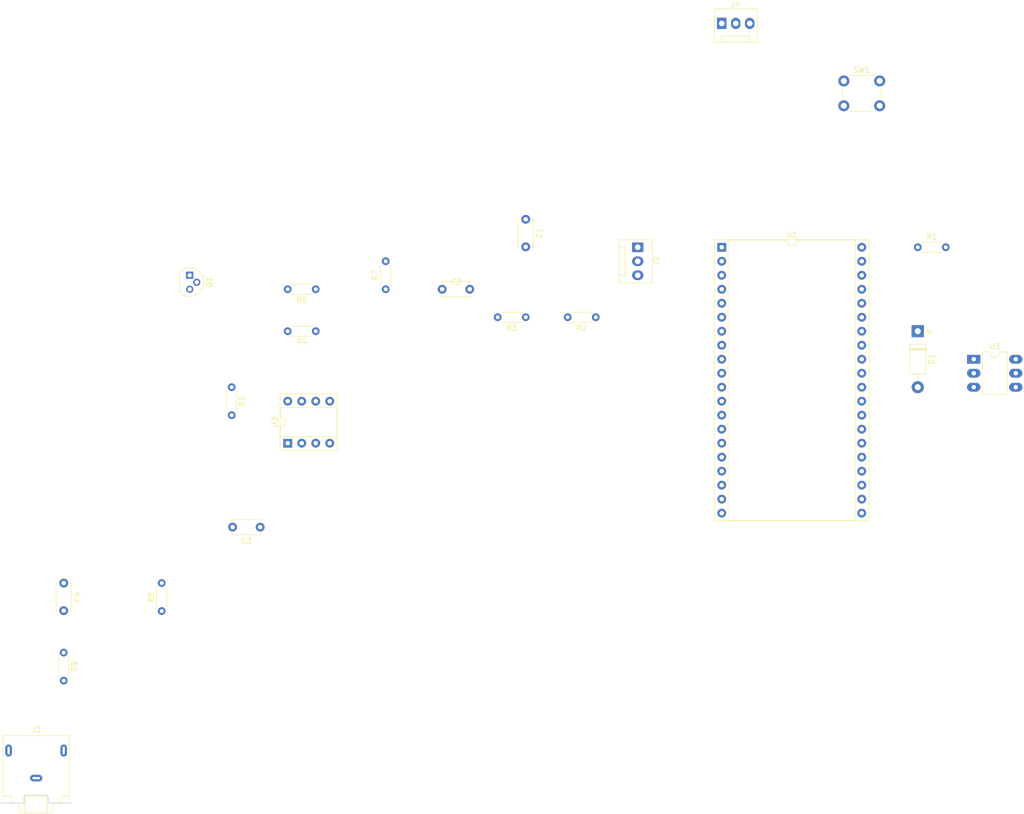
<source format=kicad_pcb>
(kicad_pcb (version 20221018) (generator pcbnew)
  (layers (0 "F.Cu" signal) (31 "B.Cu" signal) (34 "B.Paste" user) (35 "F.Paste" user) (36 "B.SilkS" user "B.Silkscreen") (37 "F.SilkS" user "F.Silkscreen") (38 "B.Mask" user) (39 "F.Mask" user) (44 "Edge.Cuts" user))
  (net 0 "")
  (net 1 "Net-(D1-K)")
  (net 2 "Net-(D1-A)")
  (net 3 "Earth")
  (net 4 "/console TX 115200 baud 8-N-1 ")
  (net 5 "+3V3")
  (net 6 "/console RX")
  (net 7 "/console GND")
  (net 9 "Net-(J3-PadT)")
  (net 10 "Net-(Q1-E)")
  (net 11 "Net-(Q1-B)")
  (net 12 "Net-(Q1-C)")
  (net 13 "Net-(C1-Pad2)")
  (net 14 "Net-(U2B--)")
  (net 15 "Net-(R4-Pad2)")
  (net 16 "Net-(C2-Pad2)")
  (net 17 "Net-(C3-Pad2)")
  (net 18 "Net-(C4-Pad2)")
  (net 19 "/MIDI 31250 baud 8-N-1")
  (net 20 "-12V")
  (net 21 "+12V")
  (net 22 "Net-(J4-Pin_1)")
  (net 23 "Net-(J4-Pin_2)")
  (net 24 "Net-(J4-Pin_3)")
  (net 25 "Net-(J1-Pad4)")
  (net 26 "Net-(U1-GPIO2)")
  (net 57 "+5V")
  (net 58 "Net-(U1-GPIO3)")
  (net 59 "Net-(U1-RUN)")
  (footprint "Resistor_THT:R_Axial_DIN0204_L3.6mm_D1.6mm_P5.08mm_Horizontal" (layer "F.Cu") (at 88.9 83.82 180)
    (fp_text reference "R6" (at 2.54 -1.92) (layer "F.SilkS"))
    (fp_text value "1.8k")
    (fp_line (start 0.62 -0.92) (end 4.46 -0.92) (stroke (width 0.12)) (layer "F.SilkS"))
    (fp_line (start 0.62 0.92) (end 4.46 0.92) (stroke (width 0.12)) (layer "F.SilkS"))
    (pad "1" thru_hole circle (at 0 0 180) (size 1.4 1.4) (drill 0.7) (layers "*.Cu" "*.Mask") (net 16 "Net-(C2-Pad2)"))
    (pad "2" thru_hole oval (at 5.08 0 180) (size 1.4 1.4) (drill 0.7) (layers "*.Cu" "*.Mask") (net 11 "Net-(Q1-B)"))
  )
  (footprint "Resistor_THT:R_Axial_DIN0204_L3.6mm_D1.6mm_P5.08mm_Horizontal" (layer "F.Cu") (at 60.96 142.24 90)
    (fp_text reference "R8" (at 2.54 -1.92 90) (layer "F.SilkS"))
    (fp_text value "2.2k")
    (fp_line (start 0.62 -0.92) (end 4.46 -0.92) (stroke (width 0.12)) (layer "F.SilkS"))
    (fp_line (start 0.62 0.92) (end 4.46 0.92) (stroke (width 0.12)) (layer "F.SilkS"))
    (pad "1" thru_hole circle (at 0 0 90) (size 1.4 1.4) (drill 0.7) (layers "*.Cu" "*.Mask") (net 12 "Net-(Q1-C)"))
    (pad "2" thru_hole oval (at 5.08 0 90) (size 1.4 1.4) (drill 0.7) (layers "*.Cu" "*.Mask") (net 17 "Net-(C3-Pad2)"))
  )
  (footprint "Package_TO_SOT_THT:TO-92" (layer "F.Cu") (at 66.04 81.28 -90)
    (fp_text reference "Q1" (at 1.27 -3.56 90) (layer "F.SilkS"))
    (fp_text value "2N2222A")
    (fp_line (start -0.53 1.85) (end 3.07 1.85) (stroke (width 0.12)) (layer "F.SilkS"))
    (fp_arc (start -0.568478 1.838478) (mid -1.132087 -0.994977) (end 1.27 -2.6) (stroke (width 0.12)) (layer "F.SilkS"))
    (fp_arc (start 1.27 -2.6) (mid 3.672087 -0.994977) (end 3.108478 1.838478) (stroke (width 0.12)) (layer "F.SilkS"))
    (pad "1" thru_hole rect (at 0 0 270) (size 1.3 1.3) (drill 0.75) (layers "*.Cu" "*.Mask") (net 10 "Net-(Q1-E)"))
    (pad "2" thru_hole circle (at 1.27 -1.27 270) (size 1.3 1.3) (drill 0.75) (layers "*.Cu" "*.Mask") (net 11 "Net-(Q1-B)"))
    (pad "3" thru_hole circle (at 2.54 0 270) (size 1.3 1.3) (drill 0.75) (layers "*.Cu" "*.Mask") (net 12 "Net-(Q1-C)"))
  )
  (footprint "Resistor_THT:R_Axial_DIN0204_L3.6mm_D1.6mm_P5.08mm_Horizontal" (layer "F.Cu") (at 88.9 91.44 180)
    (fp_text reference "R4" (at 2.54 -1.92) (layer "F.SilkS"))
    (fp_text value "33k")
    (fp_line (start 0.62 -0.92) (end 4.46 -0.92) (stroke (width 0.12)) (layer "F.SilkS"))
    (fp_line (start 0.62 0.92) (end 4.46 0.92) (stroke (width 0.12)) (layer "F.SilkS"))
    (pad "1" thru_hole circle (at 0 0 180) (size 1.4 1.4) (drill 0.7) (layers "*.Cu" "*.Mask") (net 14 "Net-(U2B--)"))
    (pad "2" thru_hole oval (at 5.08 0 180) (size 1.4 1.4) (drill 0.7) (layers "*.Cu" "*.Mask") (net 15 "Net-(R4-Pad2)"))
  )
  (footprint "Package_DIP:DIP-8_W7.62mm_Socket" (layer "F.Cu") (at 83.82 111.76 90)
    (fp_text reference "U2" (at 3.81 -2.33 90) (layer "F.SilkS"))
    (fp_text value "TL072")
    (fp_line (start -1.33 -1.39) (end -1.33 9.01) (stroke (width 0.12)) (layer "F.SilkS"))
    (fp_line (start -1.33 9.01) (end 8.95 9.01) (stroke (width 0.12)) (layer "F.SilkS"))
    (fp_line (start 1.16 -1.33) (end 1.16 8.95) (stroke (width 0.12)) (layer "F.SilkS"))
    (fp_line (start 1.16 8.95) (end 6.46 8.95) (stroke (width 0.12)) (layer "F.SilkS"))
    (fp_line (start 2.81 -1.33) (end 1.16 -1.33) (stroke (width 0.12)) (layer "F.SilkS"))
    (fp_line (start 6.46 -1.33) (end 4.81 -1.33) (stroke (width 0.12)) (layer "F.SilkS"))
    (fp_line (start 6.46 8.95) (end 6.46 -1.33) (stroke (width 0.12)) (layer "F.SilkS"))
    (fp_line (start 8.95 -1.39) (end -1.33 -1.39) (stroke (width 0.12)) (layer "F.SilkS"))
    (fp_line (start 8.95 9.01) (end 8.95 -1.39) (stroke (width 0.12)) (layer "F.SilkS"))
    (fp_arc (start 4.81 -1.33) (mid 3.81 -0.33) (end 2.81 -1.33) (stroke (width 0.12)) (layer "F.SilkS"))
    (pad "1" thru_hole rect (at 0 0 90) (size 1.6 1.6) (drill 0.8) (layers "*.Cu" "*.Mask") (net 17 "Net-(C3-Pad2)"))
    (pad "2" thru_hole oval (at 0 2.54 90) (size 1.6 1.6) (drill 0.8) (layers "*.Cu" "*.Mask") (net 10 "Net-(Q1-E)"))
    (pad "3" thru_hole oval (at 0 5.08 90) (size 1.6 1.6) (drill 0.8) (layers "*.Cu" "*.Mask") (net 3 "Earth"))
    (pad "4" thru_hole oval (at 0 7.62 90) (size 1.6 1.6) (drill 0.8) (layers "*.Cu" "*.Mask") (net 20 "-12V"))
    (pad "5" thru_hole oval (at 7.62 7.62 90) (size 1.6 1.6) (drill 0.8) (layers "*.Cu" "*.Mask") (net 3 "Earth"))
    (pad "6" thru_hole oval (at 7.62 5.08 90) (size 1.6 1.6) (drill 0.8) (layers "*.Cu" "*.Mask") (net 14 "Net-(U2B--)"))
    (pad "7" thru_hole oval (at 7.62 2.54 90) (size 1.6 1.6) (drill 0.8) (layers "*.Cu" "*.Mask") (net 15 "Net-(R4-Pad2)"))
    (pad "8" thru_hole oval (at 7.62 0 90) (size 1.6 1.6) (drill 0.8) (layers "*.Cu" "*.Mask") (net 21 "+12V"))
  )
  (footprint "Capacitor_THT:C_Disc_D5.0mm_W2.5mm_P5.00mm" (layer "F.Cu") (at 43.18 137.16 -90)
    (fp_text reference "C4" (at 2.5 -2.5 90) (layer "F.SilkS"))
    (fp_text value "22nF")
    (fp_line (start -0.12 -1.37) (end -0.12 -1.055) (stroke (width 0.12)) (layer "F.SilkS"))
    (fp_line (start -0.12 -1.37) (end 5.12 -1.37) (stroke (width 0.12)) (layer "F.SilkS"))
    (fp_line (start -0.12 1.055) (end -0.12 1.37) (stroke (width 0.12)) (layer "F.SilkS"))
    (fp_line (start -0.12 1.37) (end 5.12 1.37) (stroke (width 0.12)) (layer "F.SilkS"))
    (fp_line (start 5.12 -1.37) (end 5.12 -1.055) (stroke (width 0.12)) (layer "F.SilkS"))
    (fp_line (start 5.12 1.055) (end 5.12 1.37) (stroke (width 0.12)) (layer "F.SilkS"))
    (pad "1" thru_hole circle (at 0 0 270) (size 1.6 1.6) (drill 0.8) (layers "*.Cu" "*.Mask") (net 17 "Net-(C3-Pad2)"))
    (pad "2" thru_hole circle (at 5 0 270) (size 1.6 1.6) (drill 0.8) (layers "*.Cu" "*.Mask") (net 18 "Net-(C4-Pad2)"))
  )
  (footprint "Capacitor_THT:C_Disc_D5.0mm_W2.5mm_P5.00mm" (layer "F.Cu") (at 116.84 83.82 180)
    (fp_text reference "C2" (at 2.5 1.37) (layer "F.SilkS"))
    (fp_text value "220pF")
    (fp_line (start -0.12 -1.37) (end -0.12 -1.055) (stroke (width 0.12)) (layer "F.SilkS"))
    (fp_line (start -0.12 -1.37) (end 5.12 -1.37) (stroke (width 0.12)) (layer "F.SilkS"))
    (fp_line (start -0.12 1.055) (end -0.12 1.37) (stroke (width 0.12)) (layer "F.SilkS"))
    (fp_line (start -0.12 1.37) (end 5.12 1.37) (stroke (width 0.12)) (layer "F.SilkS"))
    (fp_line (start 5.12 -1.37) (end 5.12 -1.055) (stroke (width 0.12)) (layer "F.SilkS"))
    (fp_line (start 5.12 1.055) (end 5.12 1.37) (stroke (width 0.12)) (layer "F.SilkS"))
    (pad "1" thru_hole circle (at 0 0 180) (size 1.6 1.6) (drill 0.8) (layers "*.Cu" "*.Mask") (net 26 "Net-(U1-GPIO2)"))
    (pad "2" thru_hole circle (at 5 0 180) (size 1.6 1.6) (drill 0.8) (layers "*.Cu" "*.Mask") (net 16 "Net-(C2-Pad2)"))
  )
  (footprint "Button_Switch_THT:SW_PUSH_6mm_H5mm" (layer "F.Cu") (at 184.71 46.01)
    (fp_text reference "SW1" (at 3.25 -2) (layer "F.SilkS"))
    (fp_text value "RST")
    (fp_line (start -0.25 1.5) (end -0.25 3) (stroke (width 0.12)) (layer "F.SilkS"))
    (fp_line (start 1 5.5) (end 5.5 5.5) (stroke (width 0.12)) (layer "F.SilkS"))
    (fp_line (start 5.5 -1) (end 1 -1) (stroke (width 0.12)) (layer "F.SilkS"))
    (fp_line (start 6.75 3) (end 6.75 1.5) (stroke (width 0.12)) (layer "F.SilkS"))
    (pad "1" thru_hole circle (at 0 0 90) (size 2 2) (drill 1.1) (layers "*.Cu" "*.Mask") (net 59 "Net-(U1-RUN)"))
    (pad "1" thru_hole circle (at 6.5 0 90) (size 2 2) (drill 1.1) (layers "*.Cu" "*.Mask") (net 59 "Net-(U1-RUN)"))
    (pad "2" thru_hole circle (at 0 4.5 90) (size 2 2) (drill 1.1) (layers "*.Cu" "*.Mask") (net 3 "Earth"))
    (pad "2" thru_hole circle (at 6.5 4.5 90) (size 2 2) (drill 1.1) (layers "*.Cu" "*.Mask") (net 3 "Earth"))
  )
  (footprint "Diode_THT:D_DO-41_SOD81_P10.16mm_Horizontal" (layer "F.Cu") (at 198.12 91.44 -90)
    (fp_text reference "D1" (at 5.08 -2.47 90) (layer "F.SilkS"))
    (fp_text value "1N4001")
    (fp_text user "K" (at 0 -2.1 90) (layer "F.SilkS"))
    (fp_line (start 1.34 0) (end 2.36 0) (stroke (width 0.12)) (layer "F.SilkS"))
    (fp_line (start 2.36 -1.47) (end 2.36 1.47) (stroke (width 0.12)) (layer "F.SilkS"))
    (fp_line (start 2.36 1.47) (end 7.8 1.47) (stroke (width 0.12)) (layer "F.SilkS"))
    (fp_line (start 3.14 -1.47) (end 3.14 1.47) (stroke (width 0.12)) (layer "F.SilkS"))
    (fp_line (start 3.26 -1.47) (end 3.26 1.47) (stroke (width 0.12)) (layer "F.SilkS"))
    (fp_line (start 3.38 -1.47) (end 3.38 1.47) (stroke (width 0.12)) (layer "F.SilkS"))
    (fp_line (start 7.8 -1.47) (end 2.36 -1.47) (stroke (width 0.12)) (layer "F.SilkS"))
    (fp_line (start 7.8 1.47) (end 7.8 -1.47) (stroke (width 0.12)) (layer "F.SilkS"))
    (fp_line (start 8.82 0) (end 7.8 0) (stroke (width 0.12)) (layer "F.SilkS"))
    (pad "1" thru_hole rect (at 0 0 270) (size 2.2 2.2) (drill 1.1) (layers "*.Cu" "*.Mask") (net 1 "Net-(D1-K)"))
    (pad "2" thru_hole oval (at 10.16 0 270) (size 2.2 2.2) (drill 1.1) (layers "*.Cu" "*.Mask") (net 2 "Net-(D1-A)"))
  )
  (footprint "Capacitor_THT:C_Disc_D5.0mm_W2.5mm_P5.00mm" (layer "F.Cu") (at 78.82 127 180)
    (fp_text reference "C3" (at 2.5 -2.5) (layer "F.SilkS"))
    (fp_text value "1nF")
    (fp_line (start -0.12 -1.37) (end -0.12 -1.055) (stroke (width 0.12)) (layer "F.SilkS"))
    (fp_line (start -0.12 -1.37) (end 5.12 -1.37) (stroke (width 0.12)) (layer "F.SilkS"))
    (fp_line (start -0.12 1.055) (end -0.12 1.37) (stroke (width 0.12)) (layer "F.SilkS"))
    (fp_line (start -0.12 1.37) (end 5.12 1.37) (stroke (width 0.12)) (layer "F.SilkS"))
    (fp_line (start 5.12 -1.37) (end 5.12 -1.055) (stroke (width 0.12)) (layer "F.SilkS"))
    (fp_line (start 5.12 1.055) (end 5.12 1.37) (stroke (width 0.12)) (layer "F.SilkS"))
    (pad "1" thru_hole circle (at 0 0 180) (size 1.6 1.6) (drill 0.8) (layers "*.Cu" "*.Mask") (net 10 "Net-(Q1-E)"))
    (pad "2" thru_hole circle (at 5 0 180) (size 1.6 1.6) (drill 0.8) (layers "*.Cu" "*.Mask") (net 17 "Net-(C3-Pad2)"))
  )
  (footprint "Package_DIP:DIP-40_W25.4mm_Socket" (layer "F.Cu") (at 162.56 76.2)
    (fp_text reference "U1" (at 12.7 -2.33) (layer "F.SilkS"))
    (fp_text value "Pico 2 (RP2350)")
    (fp_line (start -1.33 -1.39) (end -1.33 49.65) (stroke (width 0.12)) (layer "F.SilkS"))
    (fp_line (start -1.33 49.65) (end 26.73 49.65) (stroke (width 0.12)) (layer "F.SilkS"))
    (fp_line (start 1.16 -1.33) (end 1.16 49.59) (stroke (width 0.12)) (layer "F.SilkS"))
    (fp_line (start 1.16 49.59) (end 24.24 49.59) (stroke (width 0.12)) (layer "F.SilkS"))
    (fp_line (start 11.7 -1.33) (end 1.16 -1.33) (stroke (width 0.12)) (layer "F.SilkS"))
    (fp_line (start 24.24 -1.33) (end 13.7 -1.33) (stroke (width 0.12)) (layer "F.SilkS"))
    (fp_line (start 24.24 49.59) (end 24.24 -1.33) (stroke (width 0.12)) (layer "F.SilkS"))
    (fp_line (start 26.73 -1.39) (end -1.33 -1.39) (stroke (width 0.12)) (layer "F.SilkS"))
    (fp_line (start 26.73 49.65) (end 26.73 -1.39) (stroke (width 0.12)) (layer "F.SilkS"))
    (fp_arc (start 13.7 -1.33) (mid 12.7 -0.33) (end 11.7 -1.33) (stroke (width 0.12)) (layer "F.SilkS"))
    (pad "1" thru_hole rect (at 0 0) (size 1.6 1.6) (drill 0.8) (layers "*.Cu" "*.Mask") (net 4 "/console TX 115200 baud 8-N-1 "))
    (pad "2" thru_hole oval (at 0 2.54) (size 1.6 1.6) (drill 0.8) (layers "*.Cu" "*.Mask") (net 6 "/console RX"))
    (pad "3" thru_hole oval (at 0 5.08) (size 1.6 1.6) (drill 0.8) (layers "*.Cu" "*.Mask") (net 7 "/console GND"))
    (pad "4" thru_hole oval (at 0 7.62) (size 1.6 1.6) (drill 0.8) (layers "*.Cu" "*.Mask") (net 26 "Net-(U1-GPIO2)"))
    (pad "5" thru_hole oval (at 0 10.16) (size 1.6 1.6) (drill 0.8) (layers "*.Cu" "*.Mask") (net 58 "Net-(U1-GPIO3)"))
    (pad "6" thru_hole oval (at 0 12.7) (size 1.6 1.6) (drill 0.8) (layers "*.Cu" "*.Mask"))
    (pad "7" thru_hole oval (at 0 15.24) (size 1.6 1.6) (drill 0.8) (layers "*.Cu" "*.Mask"))
    (pad "8" thru_hole oval (at 0 17.78) (size 1.6 1.6) (drill 0.8) (layers "*.Cu" "*.Mask"))
    (pad "9" thru_hole oval (at 0 20.32) (size 1.6 1.6) (drill 0.8) (layers "*.Cu" "*.Mask"))
    (pad "10" thru_hole oval (at 0 22.86) (size 1.6 1.6) (drill 0.8) (layers "*.Cu" "*.Mask"))
    (pad "11" thru_hole oval (at 0 25.4) (size 1.6 1.6) (drill 0.8) (layers "*.Cu" "*.Mask"))
    (pad "12" thru_hole oval (at 0 27.94) (size 1.6 1.6) (drill 0.8) (layers "*.Cu" "*.Mask"))
    (pad "13" thru_hole oval (at 0 30.48) (size 1.6 1.6) (drill 0.8) (layers "*.Cu" "*.Mask"))
    (pad "14" thru_hole oval (at 0 33.02) (size 1.6 1.6) (drill 0.8) (layers "*.Cu" "*.Mask"))
    (pad "15" thru_hole oval (at 0 35.56) (size 1.6 1.6) (drill 0.8) (layers "*.Cu" "*.Mask"))
    (pad "16" thru_hole oval (at 0 38.1) (size 1.6 1.6) (drill 0.8) (layers "*.Cu" "*.Mask"))
    (pad "17" thru_hole oval (at 0 40.64) (size 1.6 1.6) (drill 0.8) (layers "*.Cu" "*.Mask"))
    (pad "18" thru_hole oval (at 0 43.18) (size 1.6 1.6) (drill 0.8) (layers "*.Cu" "*.Mask"))
    (pad "19" thru_hole oval (at 0 45.72) (size 1.6 1.6) (drill 0.8) (layers "*.Cu" "*.Mask"))
    (pad "20" thru_hole oval (at 0 48.26) (size 1.6 1.6) (drill 0.8) (layers "*.Cu" "*.Mask"))
    (pad "21" thru_hole oval (at 25.4 48.26) (size 1.6 1.6) (drill 0.8) (layers "*.Cu" "*.Mask"))
    (pad "22" thru_hole oval (at 25.4 45.72) (size 1.6 1.6) (drill 0.8) (layers "*.Cu" "*.Mask"))
    (pad "23" thru_hole oval (at 25.4 43.18) (size 1.6 1.6) (drill 0.8) (layers "*.Cu" "*.Mask"))
    (pad "24" thru_hole oval (at 25.4 40.64) (size 1.6 1.6) (drill 0.8) (layers "*.Cu" "*.Mask"))
    (pad "25" thru_hole oval (at 25.4 38.1) (size 1.6 1.6) (drill 0.8) (layers "*.Cu" "*.Mask"))
    (pad "26" thru_hole oval (at 25.4 35.56) (size 1.6 1.6) (drill 0.8) (layers "*.Cu" "*.Mask"))
    (pad "27" thru_hole oval (at 25.4 33.02) (size 1.6 1.6) (drill 0.8) (layers "*.Cu" "*.Mask") (net 19 "/MIDI 31250 baud 8-N-1"))
    (pad "28" thru_hole oval (at 25.4 30.48) (size 1.6 1.6) (drill 0.8) (layers "*.Cu" "*.Mask"))
    (pad "29" thru_hole oval (at 25.4 27.94) (size 1.6 1.6) (drill 0.8) (layers "*.Cu" "*.Mask"))
    (pad "30" thru_hole oval (at 25.4 25.4) (size 1.6 1.6) (drill 0.8) (layers "*.Cu" "*.Mask") (net 59 "Net-(U1-RUN)"))
    (pad "31" thru_hole oval (at 25.4 22.86) (size 1.6 1.6) (drill 0.8) (layers "*.Cu" "*.Mask"))
    (pad "32" thru_hole oval (at 25.4 20.32) (size 1.6 1.6) (drill 0.8) (layers "*.Cu" "*.Mask"))
    (pad "33" thru_hole oval (at 25.4 17.78) (size 1.6 1.6) (drill 0.8) (layers "*.Cu" "*.Mask"))
    (pad "34" thru_hole oval (at 25.4 15.24) (size 1.6 1.6) (drill 0.8) (layers "*.Cu" "*.Mask"))
    (pad "35" thru_hole oval (at 25.4 12.7) (size 1.6 1.6) (drill 0.8) (layers "*.Cu" "*.Mask"))
    (pad "36" thru_hole oval (at 25.4 10.16) (size 1.6 1.6) (drill 0.8) (layers "*.Cu" "*.Mask") (net 5 "+3V3"))
    (pad "37" thru_hole oval (at 25.4 7.62) (size 1.6 1.6) (drill 0.8) (layers "*.Cu" "*.Mask"))
    (pad "38" thru_hole oval (at 25.4 5.08) (size 1.6 1.6) (drill 0.8) (layers "*.Cu" "*.Mask"))
    (pad "39" thru_hole oval (at 25.4 2.54) (size 1.6 1.6) (drill 0.8) (layers "*.Cu" "*.Mask") (net 57 "+5V"))
    (pad "40" thru_hole oval (at 25.4 0) (size 1.6 1.6) (drill 0.8) (layers "*.Cu" "*.Mask") (net 57 "+5V"))
  )
  (footprint "Connector:FanPinHeader_1x03_P2.54mm_Vertical" (layer "F.Cu") (at 162.56 35.56)
    (fp_text reference "J4" (at 2.5 -3.4) (layer "F.SilkS"))
    (fp_text value "Debug")
    (fp_line (start -1.35 -2.65) (end 6.45 -2.65) (stroke (width 0.12)) (layer "F.SilkS"))
    (fp_line (start -1.35 3.4) (end -1.35 -2.65) (stroke (width 0.12)) (layer "F.SilkS"))
    (fp_line (start 0 2.29) (end 5.08 2.29) (stroke (width 0.12)) (layer "F.SilkS"))
    (fp_line (start 0 3.3) (end 0 2.29) (stroke (width 0.12)) (layer "F.SilkS"))
    (fp_line (start 5.08 2.29) (end 5.08 3.3) (stroke (width 0.12)) (layer "F.SilkS"))
    (fp_line (start 6.45 -2.65) (end 6.45 3.4) (stroke (width 0.12)) (layer "F.SilkS"))
    (fp_line (start 6.45 3.4) (end -1.35 3.4) (stroke (width 0.12)) (layer "F.SilkS"))
    (pad "1" thru_hole rect (at 0 0 90) (size 2.03 1.73) (drill 1.02) (layers "*.Cu" "*.Mask") (net 22 "Net-(J4-Pin_1)"))
    (pad "2" thru_hole oval (at 2.54 0 90) (size 2.03 1.73) (drill 1.02) (layers "*.Cu" "*.Mask") (net 23 "Net-(J4-Pin_2)"))
    (pad "3" thru_hole oval (at 5.08 0 90) (size 2.03 1.73) (drill 1.02) (layers "*.Cu" "*.Mask") (net 24 "Net-(J4-Pin_3)"))
  )
  (footprint "Package_DIP:DIP-6_W7.62mm_LongPads" (layer "F.Cu") (at 208.28 96.52)
    (fp_text reference "U3" (at 3.81 -2.33) (layer "F.SilkS"))
    (fp_text value "H11L1")
    (fp_line (start 1.56 -1.33) (end 1.56 6.41) (stroke (width 0.12)) (layer "F.SilkS"))
    (fp_line (start 1.56 6.41) (end 6.06 6.41) (stroke (width 0.12)) (layer "F.SilkS"))
    (fp_line (start 2.81 -1.33) (end 1.56 -1.33) (stroke (width 0.12)) (layer "F.SilkS"))
    (fp_line (start 6.06 -1.33) (end 4.81 -1.33) (stroke (width 0.12)) (layer "F.SilkS"))
    (fp_line (start 6.06 6.41) (end 6.06 -1.33) (stroke (width 0.12)) (layer "F.SilkS"))
    (fp_arc (start 4.81 -1.33) (mid 3.81 -0.33) (end 2.81 -1.33) (stroke (width 0.12)) (layer "F.SilkS"))
    (pad "1" thru_hole rect (at 0 0) (size 2.4 1.6) (drill 0.8) (layers "*.Cu" "*.Mask") (net 1 "Net-(D1-K)"))
    (pad "2" thru_hole oval (at 0 2.54) (size 2.4 1.6) (drill 0.8) (layers "*.Cu" "*.Mask") (net 2 "Net-(D1-A)"))
    (pad "3" thru_hole oval (at 0 5.08) (size 2.4 1.6) (drill 0.8) (layers "*.Cu" "*.Mask"))
    (pad "4" thru_hole oval (at 7.62 5.08) (size 2.4 1.6) (drill 0.8) (layers "*.Cu" "*.Mask") (net 19 "/MIDI 31250 baud 8-N-1"))
    (pad "5" thru_hole oval (at 7.62 2.54) (size 2.4 1.6) (drill 0.8) (layers "*.Cu" "*.Mask") (net 3 "Earth"))
    (pad "6" thru_hole oval (at 7.62 0) (size 2.4 1.6) (drill 0.8) (layers "*.Cu" "*.Mask") (net 5 "+3V3"))
  )
  (footprint "Resistor_THT:R_Axial_DIN0204_L3.6mm_D1.6mm_P5.08mm_Horizontal" (layer "F.Cu") (at 139.7 88.9 180)
    (fp_text reference "R2" (at 2.54 -1.92) (layer "F.SilkS"))
    (fp_text value "33k")
    (fp_line (start 0.62 -0.92) (end 4.46 -0.92) (stroke (width 0.12)) (layer "F.SilkS"))
    (fp_line (start 0.62 0.92) (end 4.46 0.92) (stroke (width 0.12)) (layer "F.SilkS"))
    (pad "1" thru_hole circle (at 0 0 180) (size 1.4 1.4) (drill 0.7) (layers "*.Cu" "*.Mask") (net 58 "Net-(U1-GPIO3)"))
    (pad "2" thru_hole oval (at 5.08 0 180) (size 1.4 1.4) (drill 0.7) (layers "*.Cu" "*.Mask") (net 13 "Net-(C1-Pad2)"))
  )
  (footprint "Resistor_THT:R_Axial_DIN0204_L3.6mm_D1.6mm_P5.08mm_Horizontal" (layer "F.Cu") (at 101.6 83.82 90)
    (fp_text reference "R7" (at 2.54 -1.92 90) (layer "F.SilkS"))
    (fp_text value "47k")
    (fp_line (start 0.62 -0.92) (end 4.46 -0.92) (stroke (width 0.12)) (layer "F.SilkS"))
    (fp_line (start 0.62 0.92) (end 4.46 0.92) (stroke (width 0.12)) (layer "F.SilkS"))
    (pad "1" thru_hole circle (at 0 0 90) (size 1.4 1.4) (drill 0.7) (layers "*.Cu" "*.Mask") (net 16 "Net-(C2-Pad2)"))
    (pad "2" thru_hole oval (at 5.08 0 90) (size 1.4 1.4) (drill 0.7) (layers "*.Cu" "*.Mask") (net 3 "Earth"))
  )
  (footprint "Resistor_THT:R_Axial_DIN0204_L3.6mm_D1.6mm_P5.08mm_Horizontal" (layer "F.Cu") (at 127 88.9 180)
    (fp_text reference "R3" (at 2.54 -1.92) (layer "F.SilkS"))
    (fp_text value "27k")
    (fp_line (start 0.62 -0.92) (end 4.46 -0.92) (stroke (width 0.12)) (layer "F.SilkS"))
    (fp_line (start 0.62 0.92) (end 4.46 0.92) (stroke (width 0.12)) (layer "F.SilkS"))
    (pad "1" thru_hole circle (at 0 0 180) (size 1.4 1.4) (drill 0.7) (layers "*.Cu" "*.Mask") (net 13 "Net-(C1-Pad2)"))
    (pad "2" thru_hole oval (at 5.08 0 180) (size 1.4 1.4) (drill 0.7) (layers "*.Cu" "*.Mask") (net 14 "Net-(U2B--)"))
  )
  (footprint "Capacitor_THT:C_Disc_D5.0mm_W2.5mm_P5.00mm" (layer "F.Cu") (at 127 71.12 -90)
    (fp_text reference "C1" (at 2.5 -2.5 90) (layer "F.SilkS"))
    (fp_text value "22nF")
    (fp_line (start -0.12 -1.37) (end -0.12 -1.055) (stroke (width 0.12)) (layer "F.SilkS"))
    (fp_line (start -0.12 -1.37) (end 5.12 -1.37) (stroke (width 0.12)) (layer "F.SilkS"))
    (fp_line (start -0.12 1.055) (end -0.12 1.37) (stroke (width 0.12)) (layer "F.SilkS"))
    (fp_line (start -0.12 1.37) (end 5.12 1.37) (stroke (width 0.12)) (layer "F.SilkS"))
    (fp_line (start 5.12 -1.37) (end 5.12 -1.055) (stroke (width 0.12)) (layer "F.SilkS"))
    (fp_line (start 5.12 1.055) (end 5.12 1.37) (stroke (width 0.12)) (layer "F.SilkS"))
    (pad "1" thru_hole circle (at 0 0 270) (size 1.6 1.6) (drill 0.8) (layers "*.Cu" "*.Mask") (net 3 "Earth"))
    (pad "2" thru_hole circle (at 5 0 270) (size 1.6 1.6) (drill 0.8) (layers "*.Cu" "*.Mask") (net 13 "Net-(C1-Pad2)"))
  )
  (footprint "Resistor_THT:R_Axial_DIN0204_L3.6mm_D1.6mm_P5.08mm_Horizontal" (layer "F.Cu") (at 73.66 101.6 -90)
    (fp_text reference "R5" (at 2.54 -1.92 90) (layer "F.SilkS"))
    (fp_text value "220k")
    (fp_line (start 0.62 -0.92) (end 4.46 -0.92) (stroke (width 0.12)) (layer "F.SilkS"))
    (fp_line (start 0.62 0.92) (end 4.46 0.92) (stroke (width 0.12)) (layer "F.SilkS"))
    (pad "1" thru_hole circle (at 0 0 270) (size 1.4 1.4) (drill 0.7) (layers "*.Cu" "*.Mask") (net 15 "Net-(R4-Pad2)"))
    (pad "2" thru_hole oval (at 5.08 0 270) (size 1.4 1.4) (drill 0.7) (layers "*.Cu" "*.Mask") (net 10 "Net-(Q1-E)"))
  )
  (footprint "Resistor_THT:R_Axial_DIN0204_L3.6mm_D1.6mm_P5.08mm_Horizontal" (layer "F.Cu") (at 43.18 149.78 -90)
    (fp_text reference "R9" (at 2.54 -1.92 90) (layer "F.SilkS"))
    (fp_text value "33k")
    (fp_line (start 0.62 -0.92) (end 4.46 -0.92) (stroke (width 0.12)) (layer "F.SilkS"))
    (fp_line (start 0.62 0.92) (end 4.46 0.92) (stroke (width 0.12)) (layer "F.SilkS"))
    (pad "1" thru_hole circle (at 0 0 270) (size 1.4 1.4) (drill 0.7) (layers "*.Cu" "*.Mask") (net 18 "Net-(C4-Pad2)"))
    (pad "2" thru_hole oval (at 5.08 0 270) (size 1.4 1.4) (drill 0.7) (layers "*.Cu" "*.Mask") (net 9 "Net-(J3-PadT)"))
  )
  (footprint "Connector:FanPinHeader_1x03_P2.54mm_Vertical" (layer "F.Cu") (at 147.32 76.2 -90)
    (fp_text reference "J2" (at 2.5 -3.4 90) (layer "F.SilkS"))
    (fp_text value "Debug")
    (fp_line (start -1.35 -2.65) (end 6.45 -2.65) (stroke (width 0.12)) (layer "F.SilkS"))
    (fp_line (start -1.35 3.4) (end -1.35 -2.65) (stroke (width 0.12)) (layer "F.SilkS"))
    (fp_line (start 0 2.29) (end 5.08 2.29) (stroke (width 0.12)) (layer "F.SilkS"))
    (fp_line (start 0 3.3) (end 0 2.29) (stroke (width 0.12)) (layer "F.SilkS"))
    (fp_line (start 5.08 2.29) (end 5.08 3.3) (stroke (width 0.12)) (layer "F.SilkS"))
    (fp_line (start 6.45 -2.65) (end 6.45 3.4) (stroke (width 0.12)) (layer "F.SilkS"))
    (fp_line (start 6.45 3.4) (end -1.35 3.4) (stroke (width 0.12)) (layer "F.SilkS"))
    (pad "1" thru_hole rect (at 0 0) (size 2.03 1.73) (drill 1.02) (layers "*.Cu" "*.Mask") (net 4 "/console TX 115200 baud 8-N-1 "))
    (pad "2" thru_hole oval (at 2.54 0) (size 2.03 1.73) (drill 1.02) (layers "*.Cu" "*.Mask") (net 6 "/console RX"))
    (pad "3" thru_hole oval (at 5.08 0) (size 2.03 1.73) (drill 1.02) (layers "*.Cu" "*.Mask") (net 7 "/console GND"))
  )
  (footprint "Resistor_THT:R_Axial_DIN0204_L3.6mm_D1.6mm_P5.08mm_Horizontal" (layer "F.Cu") (at 198.12 76.2)
    (fp_text reference "R1" (at 2.54 -1.92) (layer "F.SilkS"))
    (fp_text value "220")
    (fp_line (start 0.62 -0.92) (end 4.46 -0.92) (stroke (width 0.12)) (layer "F.SilkS"))
    (fp_line (start 0.62 0.92) (end 4.46 0.92) (stroke (width 0.12)) (layer "F.SilkS"))
    (pad "1" thru_hole circle (at 0 0) (size 1.4 1.4) (drill 0.7) (layers "*.Cu" "*.Mask") (net 1 "Net-(D1-K)"))
    (pad "2" thru_hole oval (at 5.08 0) (size 1.4 1.4) (drill 0.7) (layers "*.Cu" "*.Mask") (net 25 "Net-(J1-Pad4)"))
  )
  (footprint "Connector_Audio:Jack_3.5mm_CUI_SJ1-3523N_Horizontal" (layer "F.Cu") (at 38.18 172.56)
    (fp_text reference "J3" (at 0 -8.8) (layer "F.SilkS"))
    (fp_text value "Stereo line out")
    (fp_line (start -6 -7.7) (end 6 -7.7) (stroke (width 0.12)) (layer "F.SilkS"))
    (fp_line (start -6 3.3) (end -6 -7.7) (stroke (width 0.12)) (layer "F.SilkS"))
    (fp_line (start -4.5 3.3) (end -6 3.3) (stroke (width 0.12)) (layer "F.SilkS"))
    (fp_line (start -4.5 4.5) (end -4.5 3.3) (stroke (width 0.12)) (layer "F.SilkS"))
    (fp_line (start -3 4.5) (end -4.5 4.5) (stroke (width 0.12)) (layer "F.SilkS"))
    (fp_line (start -3 6.3) (end -3 4.5) (stroke (width 0.12)) (layer "F.SilkS"))
    (fp_line (start -2 3.3) (end -2 6.3) (stroke (width 0.12)) (layer "F.SilkS"))
    (fp_line (start 2 3.3) (end -2 3.3) (stroke (width 0.12)) (layer "F.SilkS"))
    (fp_line (start 2 6.3) (end 2 3.3) (stroke (width 0.12)) (layer "F.SilkS"))
    (fp_line (start 3 4.5) (end 3 6.3) (stroke (width 0.12)) (layer "F.SilkS"))
    (fp_line (start 3 6.3) (end -3 6.3) (stroke (width 0.12)) (layer "F.SilkS"))
    (fp_line (start 4.5 3.3) (end 4.5 4.5) (stroke (width 0.12)) (layer "F.SilkS"))
    (fp_line (start 4.5 4.5) (end 3 4.5) (stroke (width 0.12)) (layer "F.SilkS"))
    (fp_line (start 6 -7.7) (end 6 3.3) (stroke (width 0.12)) (layer "F.SilkS"))
    (fp_line (start 6 3.3) (end 4.5 3.3) (stroke (width 0.12)) (layer "F.SilkS"))
    (fp_line (start -2.2 3.5) (end -2.2 4.5) (stroke (width 0.12)) (layer "Edge.Cuts"))
    (fp_line (start -2.2 4.5) (end -6.5 4.5) (stroke (width 0.12)) (layer "Edge.Cuts"))
    (fp_line (start 1.8 3.1) (end -1.8 3.1) (stroke (width 0.12)) (layer "Edge.Cuts"))
    (fp_line (start 2.2 3.5) (end 2.2 4.5) (stroke (width 0.12)) (layer "Edge.Cuts"))
    (fp_line (start 2.2 4.5) (end 6.5 4.5) (stroke (width 0.12)) (layer "Edge.Cuts"))
    (fp_arc (start -2.2 3.5) (mid -2.082842 3.217158) (end -1.8 3.1) (stroke (width 0.12)) (layer "Edge.Cuts"))
    (fp_arc (start 1.8 3.1) (mid 2.082843 3.217157) (end 2.2 3.5) (stroke (width 0.12)) (layer "Edge.Cuts"))
    (pad "" np_thru_hole circle (at -5 0) (size 1.2 1.2) (drill 1.2) (layers "*.Cu"))
    (pad "" np_thru_hole circle (at -5 2.5) (size 1.2 1.2) (drill 1.2) (layers "*.Cu"))
    (pad "" np_thru_hole circle (at 0 -5) (size 1.2 1.2) (drill 1.2) (layers "*.Cu"))
    (pad "" np_thru_hole circle (at 5 0) (size 1.2 1.2) (drill 1.2) (layers "*.Cu"))
    (pad "" np_thru_hole circle (at 5 2.5) (size 1.2 1.2) (drill 1.2) (layers "*.Cu"))
    (pad "R" thru_hole oval (at -5 -5) (size 1.2 2.2) (drill oval 0.4 1.4) (layers "*.Cu" "*.Mask"))
    (pad "S" thru_hole oval (at 0 0) (size 2.2 1.2) (drill oval 1.4 0.4) (layers "*.Cu" "*.Mask"))
    (pad "T" thru_hole oval (at 5 -5 180) (size 1.2 2.2) (drill oval 0.4 1.4) (layers "*.Cu" "*.Mask") (net 9 "Net-(J3-PadT)"))
  )
)
</source>
